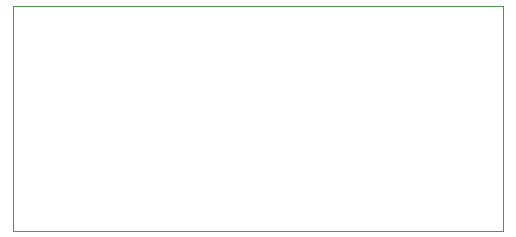
<source format=gbr>
%TF.GenerationSoftware,KiCad,Pcbnew,(6.0.11-0)*%
%TF.CreationDate,2023-01-30T18:53:32-05:00*%
%TF.ProjectId,LCD-StemmaQT,4c43442d-5374-4656-9d6d-6151542e6b69,1.1.0*%
%TF.SameCoordinates,Original*%
%TF.FileFunction,Profile,NP*%
%FSLAX46Y46*%
G04 Gerber Fmt 4.6, Leading zero omitted, Abs format (unit mm)*
G04 Created by KiCad (PCBNEW (6.0.11-0)) date 2023-01-30 18:53:32*
%MOMM*%
%LPD*%
G01*
G04 APERTURE LIST*
%TA.AperFunction,Profile*%
%ADD10C,0.100000*%
%TD*%
G04 APERTURE END LIST*
D10*
X135100000Y-82525000D02*
X176600000Y-82525000D01*
X176600000Y-82525000D02*
X176600000Y-101525000D01*
X176600000Y-101525000D02*
X135100000Y-101525000D01*
X135100000Y-101525000D02*
X135100000Y-82525000D01*
M02*

</source>
